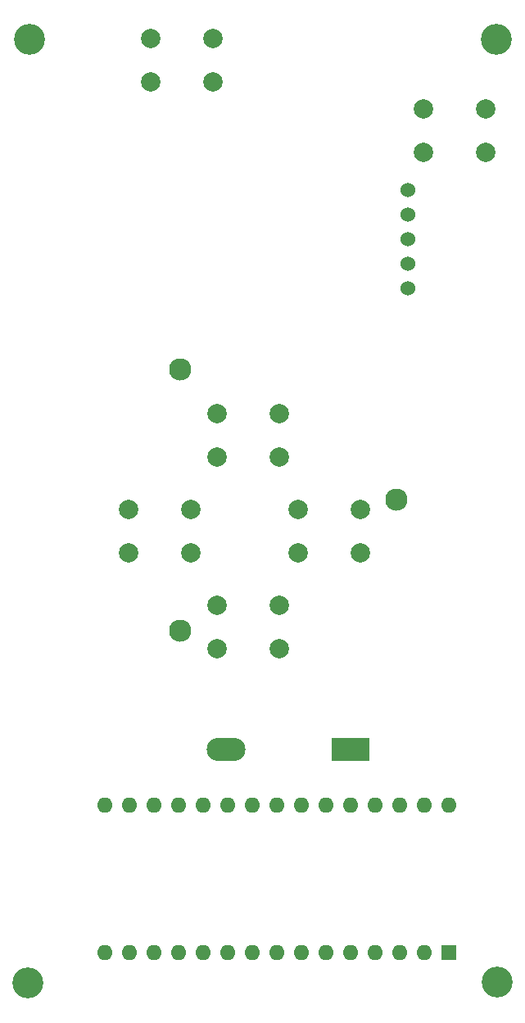
<source format=gbr>
%TF.GenerationSoftware,KiCad,Pcbnew,8.0.2*%
%TF.CreationDate,2024-05-07T20:43:21+01:00*%
%TF.ProjectId,Left_Controller_PCB_Bluetooth,4c656674-5f43-46f6-9e74-726f6c6c6572,V01*%
%TF.SameCoordinates,Original*%
%TF.FileFunction,Soldermask,Top*%
%TF.FilePolarity,Negative*%
%FSLAX46Y46*%
G04 Gerber Fmt 4.6, Leading zero omitted, Abs format (unit mm)*
G04 Created by KiCad (PCBNEW 8.0.2) date 2024-05-07 20:43:21*
%MOMM*%
%LPD*%
G01*
G04 APERTURE LIST*
%ADD10C,3.200000*%
%ADD11C,1.524000*%
%ADD12C,2.000000*%
%ADD13R,1.600000X1.600000*%
%ADD14O,1.600000X1.600000*%
%ADD15C,2.300000*%
%ADD16R,4.020000X2.410000*%
%ADD17O,4.020000X2.410000*%
G04 APERTURE END LIST*
D10*
%TO.C,H1*%
X119380000Y-49276000D03*
%TD*%
D11*
%TO.C,JoystickL1*%
X158498800Y-75021932D03*
X158498800Y-72481932D03*
X158498800Y-69941932D03*
X158498800Y-67401932D03*
X158498800Y-64861932D03*
%TD*%
D12*
%TO.C,SEL_L1*%
X166572000Y-60924000D03*
X160072000Y-60924000D03*
X166572000Y-56424000D03*
X160072000Y-56424000D03*
%TD*%
%TO.C,DOWN1*%
X138738800Y-107768000D03*
X145238800Y-107768000D03*
X138738800Y-112268000D03*
X145238800Y-112268000D03*
%TD*%
%TO.C,LEFT1*%
X129594800Y-97862000D03*
X136094800Y-97862000D03*
X129594800Y-102362000D03*
X136094800Y-102362000D03*
%TD*%
%TO.C,LEFT_SHOULDER1*%
X138380800Y-53649932D03*
X131880800Y-53649932D03*
X138380800Y-49149932D03*
X131880800Y-49149932D03*
%TD*%
%TO.C,RIGHT1*%
X147120800Y-97862000D03*
X153620800Y-97862000D03*
X147120800Y-102362000D03*
X153620800Y-102362000D03*
%TD*%
D10*
%TO.C,H2*%
X167640000Y-49276000D03*
%TD*%
D12*
%TO.C,UP1*%
X138738800Y-87956000D03*
X145238800Y-87956000D03*
X138738800Y-92456000D03*
X145238800Y-92456000D03*
%TD*%
D10*
%TO.C,H3*%
X167690800Y-146710400D03*
%TD*%
%TO.C,H4*%
X119227600Y-146812000D03*
%TD*%
D13*
%TO.C,CentralBoard1*%
X162712400Y-143611600D03*
D14*
X160172400Y-143611600D03*
X157632400Y-143611600D03*
X155092400Y-143611600D03*
X152552400Y-143611600D03*
X150012400Y-143611600D03*
X147472400Y-143611600D03*
X144932400Y-143611600D03*
X142392400Y-143611600D03*
X139852400Y-143611600D03*
X137312400Y-143611600D03*
X134772400Y-143611600D03*
X132232400Y-143611600D03*
X129692400Y-143611600D03*
X127152400Y-143611600D03*
X127152400Y-128371600D03*
X129692400Y-128371600D03*
X132232400Y-128371600D03*
X134772400Y-128371600D03*
X137312400Y-128371600D03*
X139852400Y-128371600D03*
X142392400Y-128371600D03*
X144932400Y-128371600D03*
X147472400Y-128371600D03*
X150012400Y-128371600D03*
X152552400Y-128371600D03*
X155092400Y-128371600D03*
X157632400Y-128371600D03*
X160172400Y-128371600D03*
X162712400Y-128371600D03*
%TD*%
D15*
%TO.C,BAT9V1*%
X134960000Y-110336068D03*
X157310000Y-96846068D03*
X134960000Y-83366068D03*
D16*
X152580000Y-122626068D03*
D17*
X139700000Y-122626068D03*
%TD*%
M02*

</source>
